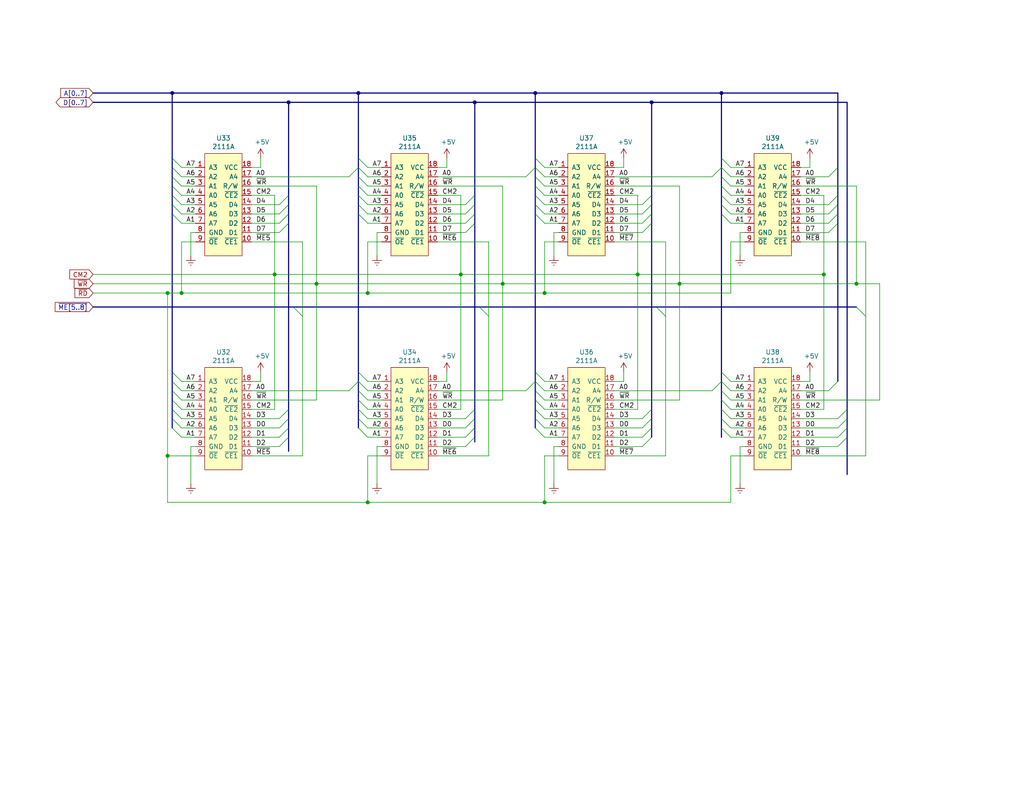
<source format=kicad_sch>
(kicad_sch (version 20230121) (generator eeschema)
  (paper "A")
  (title_block (title "Edu-80 Z80 Trainer") (date "2023-02-07") (rev "0.1") (company "Strangers"))
  (lib_symbols
    (symbol "edu-80-rescue:2111A-Edu-80_Symbol" (pin_names (offset 1.016))
      (property "Reference" "U?" (at 0 16.51 0))
      (property "Value" "Edu-80_Symbol_2111A" (at 0 -16.51 0))
      (symbol "2111A-Edu-80_Symbol_0_1"
        (rectangle (start -5.08 13.97) (end 5.08 -13.97) (fill (type background)))
      )
      (symbol "2111A-Edu-80_Symbol_1_1"
        (pin input line (at -7.62 10.16 0) (length 2.54) (name "A3") (number "1"))
        (pin input line (at 7.62 -10.16 180) (length 2.54) (name "~{CE1}") (number "10"))
        (pin tri_state line (at 7.62 -7.62 180) (length 2.54) (name "D1") (number "11"))
        (pin tri_state line (at 7.62 -5.08 180) (length 2.54) (name "D2") (number "12"))
        (pin tri_state line (at 7.62 -2.54 180) (length 2.54) (name "D3") (number "13"))
        (pin tri_state line (at 7.62 0 180) (length 2.54) (name "D4") (number "14"))
        (pin input line (at 7.62 2.54 180) (length 2.54) (name "~{CE2}") (number "15"))
        (pin input line (at 7.62 5.08 180) (length 2.54) (name "R/W") (number "16"))
        (pin input line (at 7.62 7.62 180) (length 2.54) (name "A4") (number "17"))
        (pin power_in line (at 7.62 10.16 180) (length 2.54) (name "VCC") (number "18"))
        (pin input line (at -7.62 7.62 0) (length 2.54) (name "A2") (number "2"))
        (pin input line (at -7.62 5.08 0) (length 2.54) (name "A1") (number "3"))
        (pin input line (at -7.62 2.54 0) (length 2.54) (name "A0") (number "4"))
        (pin input line (at -7.62 0 0) (length 2.54) (name "A5") (number "5"))
        (pin input line (at -7.62 -2.54 0) (length 2.54) (name "A6") (number "6"))
        (pin input line (at -7.62 -5.08 0) (length 2.54) (name "A7") (number "7"))
        (pin power_in line (at -7.62 -7.62 0) (length 2.54) (name "GND") (number "8"))
        (pin input line (at -7.62 -10.16 0) (length 2.54) (name "~{OE}") (number "9"))
      )
    )
    (symbol "power:+5V" (power) (pin_names (offset 0))
      (property "Value" "+5V" (at 0 3.556 0))
      (symbol "+5V_0_1"
        (polyline (pts (xy -0.762 1.27) (xy 0 2.54)))
        (polyline (pts (xy 0 0) (xy 0 2.54)))
        (polyline (pts (xy 0 2.54) (xy 0.762 1.27)))
      )
      (symbol "+5V_1_1"
        (pin power_in line (at 0 0 90) (length 0) hide (name "+5V") (number "1"))
      )
    )
    (symbol "power:Earth" (power) (pin_names (offset 0))
      (symbol "Earth_0_1"
        (polyline (pts (xy -0.635 -1.905) (xy 0.635 -1.905)))
        (polyline (pts (xy -0.127 -2.54) (xy 0.127 -2.54)))
        (polyline (pts (xy 0 -1.27) (xy 0 0)))
        (polyline (pts (xy 1.27 -1.27) (xy -1.27 -1.27)))
      )
      (symbol "Earth_1_1"
        (pin power_in line (at 0 0 270) (length 0) hide (name "Earth") (number "1"))
      )
    )
  )
  (junction (at 173.99 74.93))
  (junction (at 185.42 77.47))
  (junction (at 137.16 77.47))
  (junction (at 233.68 77.47))
  (junction (at 46.99 25.4))
  (junction (at 74.93 74.93))
  (junction (at 125.73 74.93))
  (junction (at 45.72 124.46))
  (junction (at 129.54 27.94))
  (junction (at 177.8 27.94))
  (junction (at 97.79 25.4))
  (junction (at 148.59 137.16))
  (junction (at 86.36 77.47))
  (junction (at 148.59 80.01))
  (junction (at 45.72 80.01))
  (junction (at 100.33 137.16))
  (junction (at 224.79 74.93))
  (junction (at 49.53 80.01))
  (junction (at 78.74 27.94))
  (junction (at 196.85 25.4))
  (junction (at 100.33 80.01))
  (junction (at 146.05 25.4))
  (bus_entry (at 97.79 48.26) (size 2.54 2.54))
  (bus_entry (at 80.01 83.82) (size 2.54 2.54))
  (bus_entry (at 196.85 50.8) (size 2.54 2.54))
  (bus_entry (at 78.74 53.34) (size -2.54 2.54))
  (bus_entry (at 196.85 109.22) (size 2.54 2.54))
  (bus_entry (at 196.85 45.72) (size 2.54 2.54))
  (bus_entry (at 97.79 109.22) (size 2.54 2.54))
  (bus_entry (at 78.74 55.88) (size -2.54 2.54))
  (bus_entry (at 231.14 119.38) (size -2.54 2.54))
  (bus_entry (at 177.8 60.96) (size -2.54 2.54))
  (bus_entry (at 231.14 111.76) (size -2.54 2.54))
  (bus_entry (at 228.6 104.14) (size -2.54 2.54))
  (bus_entry (at 129.54 55.88) (size -2.54 2.54))
  (bus_entry (at 196.85 45.72) (size -2.54 2.54))
  (bus_entry (at 129.54 119.38) (size -2.54 2.54))
  (bus_entry (at 97.79 43.18) (size 2.54 2.54))
  (bus_entry (at 46.99 106.68) (size 2.54 2.54))
  (bus_entry (at 129.54 60.96) (size -2.54 2.54))
  (bus_entry (at 196.85 106.68) (size 2.54 2.54))
  (bus_entry (at 146.05 58.42) (size 2.54 2.54))
  (bus_entry (at 46.99 48.26) (size 2.54 2.54))
  (bus_entry (at 78.74 116.84) (size -2.54 2.54))
  (bus_entry (at 129.54 116.84) (size -2.54 2.54))
  (bus_entry (at 78.74 58.42) (size -2.54 2.54))
  (bus_entry (at 46.99 43.18) (size 2.54 2.54))
  (bus_entry (at 177.8 111.76) (size -2.54 2.54))
  (bus_entry (at 97.79 50.8) (size 2.54 2.54))
  (bus_entry (at 97.79 116.84) (size 2.54 2.54))
  (bus_entry (at 46.99 50.8) (size 2.54 2.54))
  (bus_entry (at 231.14 116.84) (size -2.54 2.54))
  (bus_entry (at 129.54 53.34) (size -2.54 2.54))
  (bus_entry (at 46.99 104.14) (size 2.54 2.54))
  (bus_entry (at 196.85 101.6) (size 2.54 2.54))
  (bus_entry (at 146.05 101.6) (size 2.54 2.54))
  (bus_entry (at 46.99 114.3) (size 2.54 2.54))
  (bus_entry (at 97.79 106.68) (size 2.54 2.54))
  (bus_entry (at 196.85 104.14) (size -2.54 2.54))
  (bus_entry (at 146.05 114.3) (size 2.54 2.54))
  (bus_entry (at 146.05 55.88) (size 2.54 2.54))
  (bus_entry (at 97.79 104.14) (size 2.54 2.54))
  (bus_entry (at 233.68 83.82) (size 2.54 2.54))
  (bus_entry (at 196.85 43.18) (size 2.54 2.54))
  (bus_entry (at 97.79 114.3) (size 2.54 2.54))
  (bus_entry (at 231.14 114.3) (size -2.54 2.54))
  (bus_entry (at 146.05 111.76) (size 2.54 2.54))
  (bus_entry (at 146.05 43.18) (size 2.54 2.54))
  (bus_entry (at 97.79 45.72) (size -2.54 2.54))
  (bus_entry (at 146.05 48.26) (size 2.54 2.54))
  (bus_entry (at 228.6 60.96) (size -2.54 2.54))
  (bus_entry (at 46.99 111.76) (size 2.54 2.54))
  (bus_entry (at 196.85 48.26) (size 2.54 2.54))
  (bus_entry (at 196.85 104.14) (size 2.54 2.54))
  (bus_entry (at 78.74 119.38) (size -2.54 2.54))
  (bus_entry (at 146.05 106.68) (size 2.54 2.54))
  (bus_entry (at 196.85 114.3) (size 2.54 2.54))
  (bus_entry (at 46.99 55.88) (size 2.54 2.54))
  (bus_entry (at 78.74 60.96) (size -2.54 2.54))
  (bus_entry (at 228.6 45.72) (size -2.54 2.54))
  (bus_entry (at 196.85 111.76) (size 2.54 2.54))
  (bus_entry (at 97.79 45.72) (size 2.54 2.54))
  (bus_entry (at 146.05 45.72) (size -2.54 2.54))
  (bus_entry (at 177.8 53.34) (size -2.54 2.54))
  (bus_entry (at 46.99 101.6) (size 2.54 2.54))
  (bus_entry (at 46.99 53.34) (size 2.54 2.54))
  (bus_entry (at 179.07 83.82) (size 2.54 2.54))
  (bus_entry (at 46.99 45.72) (size 2.54 2.54))
  (bus_entry (at 46.99 58.42) (size 2.54 2.54))
  (bus_entry (at 146.05 50.8) (size 2.54 2.54))
  (bus_entry (at 129.54 111.76) (size -2.54 2.54))
  (bus_entry (at 97.79 104.14) (size -2.54 2.54))
  (bus_entry (at 196.85 58.42) (size 2.54 2.54))
  (bus_entry (at 97.79 53.34) (size 2.54 2.54))
  (bus_entry (at 97.79 55.88) (size 2.54 2.54))
  (bus_entry (at 228.6 55.88) (size -2.54 2.54))
  (bus_entry (at 196.85 55.88) (size 2.54 2.54))
  (bus_entry (at 129.54 114.3) (size -2.54 2.54))
  (bus_entry (at 196.85 53.34) (size 2.54 2.54))
  (bus_entry (at 177.8 114.3) (size -2.54 2.54))
  (bus_entry (at 146.05 104.14) (size -2.54 2.54))
  (bus_entry (at 129.54 58.42) (size -2.54 2.54))
  (bus_entry (at 97.79 58.42) (size 2.54 2.54))
  (bus_entry (at 146.05 109.22) (size 2.54 2.54))
  (bus_entry (at 196.85 116.84) (size 2.54 2.54))
  (bus_entry (at 46.99 116.84) (size 2.54 2.54))
  (bus_entry (at 177.8 55.88) (size -2.54 2.54))
  (bus_entry (at 228.6 58.42) (size -2.54 2.54))
  (bus_entry (at 146.05 104.14) (size 2.54 2.54))
  (bus_entry (at 146.05 45.72) (size 2.54 2.54))
  (bus_entry (at 146.05 116.84) (size 2.54 2.54))
  (bus_entry (at 146.05 53.34) (size 2.54 2.54))
  (bus_entry (at 78.74 114.3) (size -2.54 2.54))
  (bus_entry (at 177.8 116.84) (size -2.54 2.54))
  (bus_entry (at 130.81 83.82) (size 2.54 2.54))
  (bus_entry (at 97.79 111.76) (size 2.54 2.54))
  (bus_entry (at 46.99 109.22) (size 2.54 2.54))
  (bus_entry (at 228.6 53.34) (size -2.54 2.54))
  (bus_entry (at 97.79 101.6) (size 2.54 2.54))
  (bus_entry (at 177.8 58.42) (size -2.54 2.54))
  (bus_entry (at 78.74 111.76) (size -2.54 2.54))
  (bus_entry (at 177.8 119.38) (size -2.54 2.54))
  (wire (pts (xy 167.64 106.68) (xy 194.31 106.68)))
  (wire (pts (xy 218.44 124.46) (xy 236.22 124.46)))
  (wire (pts (xy 119.38 109.22) (xy 137.16 109.22)))
  (wire (pts (xy 68.58 109.22) (xy 86.36 109.22)))
  (bus (pts (xy 78.74 116.84) (xy 78.74 119.38)))
  (wire (pts (xy 49.53 55.88) (xy 53.34 55.88)))
  (bus (pts (xy 146.05 43.18) (xy 146.05 45.72)))
  (wire (pts (xy 167.64 114.3) (xy 175.26 114.3)))
  (wire (pts (xy 199.39 53.34) (xy 203.2 53.34)))
  (wire (pts (xy 100.33 58.42) (xy 104.14 58.42)))
  (wire (pts (xy 137.16 77.47) (xy 137.16 50.8)))
  (bus (pts (xy 46.99 104.14) (xy 46.99 106.68)))
  (wire (pts (xy 199.39 137.16) (xy 199.39 124.46)))
  (bus (pts (xy 46.99 25.4) (xy 46.99 43.18)))
  (wire (pts (xy 218.44 116.84) (xy 228.6 116.84)))
  (bus (pts (xy 46.99 106.68) (xy 46.99 109.22)))
  (wire (pts (xy 148.59 137.16) (xy 148.59 124.46)))
  (wire (pts (xy 49.53 104.14) (xy 53.34 104.14)))
  (wire (pts (xy 218.44 60.96) (xy 226.06 60.96)))
  (wire (pts (xy 173.99 111.76) (xy 173.99 74.93)))
  (wire (pts (xy 25.4 80.01) (xy 45.72 80.01)))
  (wire (pts (xy 119.38 121.92) (xy 127 121.92)))
  (wire (pts (xy 133.35 66.04) (xy 133.35 86.36)))
  (bus (pts (xy 228.6 45.72) (xy 228.6 53.34)))
  (wire (pts (xy 148.59 55.88) (xy 152.4 55.88)))
  (wire (pts (xy 199.39 104.14) (xy 203.2 104.14)))
  (bus (pts (xy 196.85 106.68) (xy 196.85 109.22)))
  (wire (pts (xy 49.53 119.38) (xy 53.34 119.38)))
  (bus (pts (xy 97.79 48.26) (xy 97.79 50.8)))
  (bus (pts (xy 196.85 114.3) (xy 196.85 116.84)))
  (bus (pts (xy 196.85 104.14) (xy 196.85 106.68)))
  (bus (pts (xy 177.8 58.42) (xy 177.8 60.96)))
  (bus (pts (xy 196.85 109.22) (xy 196.85 111.76)))
  (bus (pts (xy 78.74 27.94) (xy 78.74 53.34)))
  (bus (pts (xy 97.79 58.42) (xy 97.79 101.6)))
  (wire (pts (xy 148.59 114.3) (xy 152.4 114.3)))
  (bus (pts (xy 46.99 45.72) (xy 46.99 48.26)))
  (wire (pts (xy 185.42 77.47) (xy 185.42 50.8)))
  (wire (pts (xy 148.59 109.22) (xy 152.4 109.22)))
  (wire (pts (xy 167.64 111.76) (xy 173.99 111.76)))
  (wire (pts (xy 49.53 60.96) (xy 53.34 60.96)))
  (wire (pts (xy 100.33 60.96) (xy 104.14 60.96)))
  (bus (pts (xy 46.99 101.6) (xy 46.99 104.14)))
  (bus (pts (xy 78.74 114.3) (xy 78.74 116.84)))
  (wire (pts (xy 86.36 77.47) (xy 86.36 50.8)))
  (wire (pts (xy 86.36 77.47) (xy 137.16 77.47)))
  (bus (pts (xy 78.74 60.96) (xy 78.74 111.76)))
  (wire (pts (xy 148.59 124.46) (xy 152.4 124.46)))
  (bus (pts (xy 97.79 104.14) (xy 97.79 106.68)))
  (wire (pts (xy 125.73 74.93) (xy 173.99 74.93)))
  (wire (pts (xy 119.38 55.88) (xy 127 55.88)))
  (bus (pts (xy 25.4 25.4) (xy 46.99 25.4)))
  (bus (pts (xy 97.79 45.72) (xy 97.79 48.26)))
  (wire (pts (xy 173.99 74.93) (xy 173.99 53.34)))
  (wire (pts (xy 167.64 116.84) (xy 175.26 116.84)))
  (wire (pts (xy 133.35 86.36) (xy 133.35 124.46)))
  (wire (pts (xy 218.44 55.88) (xy 226.06 55.88)))
  (wire (pts (xy 74.93 74.93) (xy 74.93 111.76)))
  (bus (pts (xy 196.85 111.76) (xy 196.85 114.3)))
  (wire (pts (xy 68.58 66.04) (xy 82.55 66.04)))
  (wire (pts (xy 100.33 80.01) (xy 100.33 66.04)))
  (wire (pts (xy 218.44 119.38) (xy 228.6 119.38)))
  (bus (pts (xy 196.85 45.72) (xy 196.85 48.26)))
  (bus (pts (xy 196.85 116.84) (xy 196.85 119.38)))
  (wire (pts (xy 199.39 109.22) (xy 203.2 109.22)))
  (bus (pts (xy 146.05 114.3) (xy 146.05 116.84)))
  (wire (pts (xy 148.59 116.84) (xy 152.4 116.84)))
  (bus (pts (xy 177.8 55.88) (xy 177.8 58.42)))
  (wire (pts (xy 148.59 48.26) (xy 152.4 48.26)))
  (bus (pts (xy 231.14 27.94) (xy 231.14 111.76)))
  (bus (pts (xy 146.05 111.76) (xy 146.05 114.3)))
  (wire (pts (xy 68.58 121.92) (xy 76.2 121.92)))
  (bus (pts (xy 179.07 83.82) (xy 233.68 83.82)))
  (wire (pts (xy 218.44 58.42) (xy 226.06 58.42)))
  (wire (pts (xy 125.73 74.93) (xy 125.73 111.76)))
  (bus (pts (xy 228.6 53.34) (xy 228.6 55.88)))
  (wire (pts (xy 100.33 119.38) (xy 104.14 119.38)))
  (wire (pts (xy 148.59 106.68) (xy 152.4 106.68)))
  (bus (pts (xy 46.99 109.22) (xy 46.99 111.76)))
  (bus (pts (xy 177.8 114.3) (xy 177.8 116.84)))
  (wire (pts (xy 68.58 116.84) (xy 76.2 116.84)))
  (wire (pts (xy 100.33 114.3) (xy 104.14 114.3)))
  (wire (pts (xy 167.64 55.88) (xy 175.26 55.88)))
  (wire (pts (xy 201.93 69.85) (xy 201.93 63.5)))
  (bus (pts (xy 177.8 111.76) (xy 177.8 114.3)))
  (wire (pts (xy 199.39 58.42) (xy 203.2 58.42)))
  (bus (pts (xy 146.05 25.4) (xy 196.85 25.4)))
  (wire (pts (xy 240.03 109.22) (xy 240.03 77.47)))
  (wire (pts (xy 199.39 119.38) (xy 203.2 119.38)))
  (wire (pts (xy 218.44 48.26) (xy 226.06 48.26)))
  (wire (pts (xy 68.58 50.8) (xy 86.36 50.8)))
  (wire (pts (xy 119.38 106.68) (xy 143.51 106.68)))
  (wire (pts (xy 119.38 119.38) (xy 127 119.38)))
  (wire (pts (xy 102.87 121.92) (xy 104.14 121.92)))
  (wire (pts (xy 167.64 119.38) (xy 175.26 119.38)))
  (wire (pts (xy 100.33 109.22) (xy 104.14 109.22)))
  (wire (pts (xy 100.33 50.8) (xy 104.14 50.8)))
  (wire (pts (xy 102.87 69.85) (xy 102.87 63.5)))
  (wire (pts (xy 45.72 80.01) (xy 49.53 80.01)))
  (bus (pts (xy 97.79 111.76) (xy 97.79 114.3)))
  (wire (pts (xy 181.61 86.36) (xy 181.61 124.46)))
  (wire (pts (xy 148.59 80.01) (xy 199.39 80.01)))
  (bus (pts (xy 146.05 58.42) (xy 146.05 101.6)))
  (wire (pts (xy 100.33 106.68) (xy 104.14 106.68)))
  (bus (pts (xy 80.01 83.82) (xy 130.81 83.82)))
  (bus (pts (xy 177.8 116.84) (xy 177.8 119.38)))
  (wire (pts (xy 119.38 50.8) (xy 137.16 50.8)))
  (bus (pts (xy 228.6 55.88) (xy 228.6 58.42)))
  (wire (pts (xy 167.64 45.72) (xy 170.18 45.72)))
  (bus (pts (xy 129.54 58.42) (xy 129.54 60.96)))
  (wire (pts (xy 236.22 86.36) (xy 236.22 124.46)))
  (wire (pts (xy 125.73 74.93) (xy 125.73 53.34)))
  (bus (pts (xy 177.8 53.34) (xy 177.8 55.88)))
  (wire (pts (xy 49.53 50.8) (xy 53.34 50.8)))
  (bus (pts (xy 129.54 60.96) (xy 129.54 111.76)))
  (wire (pts (xy 199.39 106.68) (xy 203.2 106.68)))
  (wire (pts (xy 167.64 50.8) (xy 185.42 50.8)))
  (wire (pts (xy 45.72 124.46) (xy 53.34 124.46)))
  (bus (pts (xy 97.79 25.4) (xy 146.05 25.4)))
  (wire (pts (xy 68.58 45.72) (xy 71.12 45.72)))
  (wire (pts (xy 119.38 58.42) (xy 127 58.42)))
  (wire (pts (xy 218.44 53.34) (xy 224.79 53.34)))
  (wire (pts (xy 68.58 119.38) (xy 76.2 119.38)))
  (bus (pts (xy 196.85 58.42) (xy 196.85 101.6)))
  (bus (pts (xy 146.05 106.68) (xy 146.05 109.22)))
  (bus (pts (xy 46.99 114.3) (xy 46.99 116.84)))
  (wire (pts (xy 100.33 45.72) (xy 104.14 45.72)))
  (wire (pts (xy 49.53 106.68) (xy 53.34 106.68)))
  (wire (pts (xy 148.59 119.38) (xy 152.4 119.38)))
  (wire (pts (xy 167.64 124.46) (xy 181.61 124.46)))
  (bus (pts (xy 97.79 25.4) (xy 97.79 43.18)))
  (wire (pts (xy 167.64 66.04) (xy 181.61 66.04)))
  (bus (pts (xy 196.85 43.18) (xy 196.85 45.72)))
  (wire (pts (xy 49.53 116.84) (xy 53.34 116.84)))
  (bus (pts (xy 196.85 53.34) (xy 196.85 55.88)))
  (wire (pts (xy 224.79 74.93) (xy 224.79 111.76)))
  (wire (pts (xy 52.07 63.5) (xy 53.34 63.5)))
  (wire (pts (xy 52.07 69.85) (xy 52.07 63.5)))
  (bus (pts (xy 46.99 48.26) (xy 46.99 50.8)))
  (wire (pts (xy 137.16 77.47) (xy 185.42 77.47)))
  (wire (pts (xy 148.59 60.96) (xy 152.4 60.96)))
  (bus (pts (xy 146.05 109.22) (xy 146.05 111.76)))
  (wire (pts (xy 25.4 74.93) (xy 74.93 74.93)))
  (wire (pts (xy 151.13 63.5) (xy 152.4 63.5)))
  (wire (pts (xy 151.13 69.85) (xy 151.13 63.5)))
  (bus (pts (xy 146.05 53.34) (xy 146.05 55.88)))
  (wire (pts (xy 167.64 58.42) (xy 175.26 58.42)))
  (wire (pts (xy 185.42 77.47) (xy 233.68 77.47)))
  (wire (pts (xy 119.38 60.96) (xy 127 60.96)))
  (wire (pts (xy 68.58 48.26) (xy 95.25 48.26)))
  (bus (pts (xy 97.79 106.68) (xy 97.79 109.22)))
  (wire (pts (xy 218.44 104.14) (xy 220.98 104.14)))
  (wire (pts (xy 100.33 48.26) (xy 104.14 48.26)))
  (bus (pts (xy 78.74 27.94) (xy 129.54 27.94)))
  (wire (pts (xy 233.68 77.47) (xy 233.68 50.8)))
  (wire (pts (xy 148.59 104.14) (xy 152.4 104.14)))
  (wire (pts (xy 100.33 80.01) (xy 148.59 80.01)))
  (wire (pts (xy 121.92 45.72) (xy 121.92 43.18)))
  (bus (pts (xy 78.74 119.38) (xy 78.74 123.19)))
  (bus (pts (xy 196.85 50.8) (xy 196.85 53.34)))
  (wire (pts (xy 218.44 111.76) (xy 224.79 111.76)))
  (wire (pts (xy 49.53 53.34) (xy 53.34 53.34)))
  (bus (pts (xy 228.6 25.4) (xy 228.6 45.72)))
  (wire (pts (xy 74.93 74.93) (xy 74.93 53.34)))
  (wire (pts (xy 119.38 53.34) (xy 125.73 53.34)))
  (bus (pts (xy 97.79 50.8) (xy 97.79 53.34)))
  (wire (pts (xy 199.39 116.84) (xy 203.2 116.84)))
  (bus (pts (xy 129.54 27.94) (xy 129.54 53.34)))
  (wire (pts (xy 49.53 111.76) (xy 53.34 111.76)))
  (wire (pts (xy 71.12 45.72) (xy 71.12 43.18)))
  (bus (pts (xy 228.6 58.42) (xy 228.6 60.96)))
  (wire (pts (xy 86.36 77.47) (xy 86.36 109.22)))
  (wire (pts (xy 218.44 121.92) (xy 228.6 121.92)))
  (wire (pts (xy 68.58 114.3) (xy 76.2 114.3)))
  (bus (pts (xy 130.81 83.82) (xy 179.07 83.82)))
  (wire (pts (xy 100.33 53.34) (xy 104.14 53.34)))
  (wire (pts (xy 236.22 66.04) (xy 236.22 86.36)))
  (wire (pts (xy 119.38 104.14) (xy 121.92 104.14)))
  (wire (pts (xy 201.93 121.92) (xy 203.2 121.92)))
  (wire (pts (xy 167.64 104.14) (xy 170.18 104.14)))
  (wire (pts (xy 49.53 66.04) (xy 53.34 66.04)))
  (wire (pts (xy 100.33 55.88) (xy 104.14 55.88)))
  (bus (pts (xy 46.99 53.34) (xy 46.99 55.88)))
  (bus (pts (xy 146.05 104.14) (xy 146.05 106.68)))
  (wire (pts (xy 173.99 74.93) (xy 224.79 74.93)))
  (wire (pts (xy 68.58 104.14) (xy 71.12 104.14)))
  (wire (pts (xy 49.53 48.26) (xy 53.34 48.26)))
  (wire (pts (xy 119.38 48.26) (xy 143.51 48.26)))
  (wire (pts (xy 218.44 50.8) (xy 233.68 50.8)))
  (wire (pts (xy 220.98 45.72) (xy 220.98 43.18)))
  (wire (pts (xy 68.58 60.96) (xy 76.2 60.96)))
  (wire (pts (xy 49.53 45.72) (xy 53.34 45.72)))
  (bus (pts (xy 78.74 111.76) (xy 78.74 114.3)))
  (wire (pts (xy 167.64 60.96) (xy 175.26 60.96)))
  (wire (pts (xy 121.92 104.14) (xy 121.92 101.6)))
  (bus (pts (xy 129.54 53.34) (xy 129.54 55.88)))
  (wire (pts (xy 218.44 63.5) (xy 226.06 63.5)))
  (bus (pts (xy 25.4 27.94) (xy 78.74 27.94)))
  (bus (pts (xy 231.14 116.84) (xy 231.14 119.38)))
  (bus (pts (xy 46.99 58.42) (xy 46.99 101.6)))
  (wire (pts (xy 167.64 63.5) (xy 175.26 63.5)))
  (bus (pts (xy 97.79 43.18) (xy 97.79 45.72)))
  (wire (pts (xy 68.58 58.42) (xy 76.2 58.42)))
  (wire (pts (xy 148.59 58.42) (xy 152.4 58.42)))
  (bus (pts (xy 146.05 55.88) (xy 146.05 58.42)))
  (wire (pts (xy 82.55 86.36) (xy 82.55 124.46)))
  (wire (pts (xy 199.39 66.04) (xy 203.2 66.04)))
  (wire (pts (xy 52.07 132.08) (xy 52.07 121.92)))
  (wire (pts (xy 148.59 50.8) (xy 152.4 50.8)))
  (wire (pts (xy 167.64 53.34) (xy 173.99 53.34)))
  (bus (pts (xy 46.99 43.18) (xy 46.99 45.72)))
  (wire (pts (xy 233.68 77.47) (xy 240.03 77.47)))
  (wire (pts (xy 102.87 63.5) (xy 104.14 63.5)))
  (wire (pts (xy 148.59 45.72) (xy 152.4 45.72)))
  (wire (pts (xy 119.38 114.3) (xy 127 114.3)))
  (bus (pts (xy 97.79 55.88) (xy 97.79 58.42)))
  (wire (pts (xy 49.53 66.04) (xy 49.53 80.01)))
  (wire (pts (xy 119.38 63.5) (xy 127 63.5)))
  (wire (pts (xy 100.33 104.14) (xy 104.14 104.14)))
  (wire (pts (xy 119.38 66.04) (xy 133.35 66.04)))
  (wire (pts (xy 119.38 111.76) (xy 125.73 111.76)))
  (wire (pts (xy 167.64 121.92) (xy 175.26 121.92)))
  (wire (pts (xy 68.58 124.46) (xy 82.55 124.46)))
  (wire (pts (xy 100.33 66.04) (xy 104.14 66.04)))
  (bus (pts (xy 177.8 60.96) (xy 177.8 111.76)))
  (wire (pts (xy 199.39 60.96) (xy 203.2 60.96)))
  (wire (pts (xy 74.93 74.93) (xy 125.73 74.93)))
  (bus (pts (xy 228.6 60.96) (xy 228.6 104.14)))
  (bus (pts (xy 146.05 45.72) (xy 146.05 48.26)))
  (bus (pts (xy 129.54 111.76) (xy 129.54 114.3)))
  (wire (pts (xy 68.58 53.34) (xy 74.93 53.34)))
  (wire (pts (xy 218.44 114.3) (xy 228.6 114.3)))
  (wire (pts (xy 68.58 55.88) (xy 76.2 55.88)))
  (wire (pts (xy 218.44 66.04) (xy 236.22 66.04)))
  (wire (pts (xy 220.98 104.14) (xy 220.98 101.6)))
  (bus (pts (xy 97.79 114.3) (xy 97.79 116.84)))
  (wire (pts (xy 102.87 132.08) (xy 102.87 121.92)))
  (wire (pts (xy 199.39 114.3) (xy 203.2 114.3)))
  (wire (pts (xy 68.58 106.68) (xy 95.25 106.68)))
  (bus (pts (xy 46.99 111.76) (xy 46.99 114.3)))
  (wire (pts (xy 167.64 109.22) (xy 185.42 109.22)))
  (bus (pts (xy 231.14 119.38) (xy 231.14 129.54)))
  (wire (pts (xy 148.59 137.16) (xy 199.39 137.16)))
  (wire (pts (xy 100.33 124.46) (xy 104.14 124.46)))
  (wire (pts (xy 170.18 45.72) (xy 170.18 43.18)))
  (bus (pts (xy 146.05 25.4) (xy 146.05 43.18)))
  (bus (pts (xy 129.54 114.3) (xy 129.54 116.84)))
  (wire (pts (xy 148.59 66.04) (xy 152.4 66.04)))
  (bus (pts (xy 177.8 27.94) (xy 231.14 27.94)))
  (wire (pts (xy 100.33 137.16) (xy 100.33 124.46)))
  (bus (pts (xy 196.85 48.26) (xy 196.85 50.8)))
  (wire (pts (xy 137.16 77.47) (xy 137.16 109.22)))
  (bus (pts (xy 129.54 55.88) (xy 129.54 58.42)))
  (bus (pts (xy 231.14 114.3) (xy 231.14 116.84)))
  (wire (pts (xy 199.39 45.72) (xy 203.2 45.72)))
  (wire (pts (xy 49.53 109.22) (xy 53.34 109.22)))
  (bus (pts (xy 146.05 48.26) (xy 146.05 50.8)))
  (wire (pts (xy 201.93 132.08) (xy 201.93 121.92)))
  (wire (pts (xy 82.55 66.04) (xy 82.55 86.36)))
  (wire (pts (xy 201.93 63.5) (xy 203.2 63.5)))
  (wire (pts (xy 199.39 80.01) (xy 199.39 66.04)))
  (wire (pts (xy 170.18 104.14) (xy 170.18 101.6)))
  (wire (pts (xy 52.07 121.92) (xy 53.34 121.92)))
  (bus (pts (xy 146.05 101.6) (xy 146.05 104.14)))
  (bus (pts (xy 129.54 119.38) (xy 129.54 120.65)))
  (bus (pts (xy 97.79 53.34) (xy 97.79 55.88)))
  (bus (pts (xy 231.14 111.76) (xy 231.14 114.3)))
  (wire (pts (xy 45.72 124.46) (xy 45.72 80.01)))
  (bus (pts (xy 46.99 50.8) (xy 46.99 53.34)))
  (wire (pts (xy 68.58 63.5) (xy 76.2 63.5)))
  (wire (pts (xy 199.39 111.76) (xy 203.2 111.76)))
  (wire (pts (xy 199.39 55.88) (xy 203.2 55.88)))
  (bus (pts (xy 196.85 101.6) (xy 196.85 104.14)))
  (wire (pts (xy 119.38 45.72) (xy 121.92 45.72)))
  (wire (pts (xy 224.79 74.93) (xy 224.79 53.34)))
  (bus (pts (xy 78.74 58.42) (xy 78.74 60.96)))
  (wire (pts (xy 148.59 80.01) (xy 148.59 66.04)))
  (wire (pts (xy 218.44 109.22) (xy 240.03 109.22)))
  (wire (pts (xy 133.35 124.46) (xy 119.38 124.46)))
  (wire (pts (xy 151.13 121.92) (xy 152.4 121.92)))
  (wire (pts (xy 148.59 111.76) (xy 152.4 111.76)))
  (wire (pts (xy 49.53 114.3) (xy 53.34 114.3)))
  (wire (pts (xy 199.39 124.46) (xy 203.2 124.46)))
  (bus (pts (xy 129.54 116.84) (xy 129.54 119.38)))
  (bus (pts (xy 46.99 55.88) (xy 46.99 58.42)))
  (wire (pts (xy 199.39 48.26) (xy 203.2 48.26)))
  (bus (pts (xy 196.85 25.4) (xy 196.85 43.18)))
  (bus (pts (xy 97.79 101.6) (xy 97.79 104.14)))
  (bus (pts (xy 129.54 27.94) (xy 177.8 27.94)))
  (wire (pts (xy 218.44 106.68) (xy 226.06 106.68)))
  (wire (pts (xy 45.72 124.46) (xy 45.72 137.16)))
  (bus (pts (xy 25.4 83.82) (xy 80.01 83.82)))
  (bus (pts (xy 78.74 55.88) (xy 78.74 58.42)))
  (wire (pts (xy 49.53 80.01) (xy 100.33 80.01)))
  (wire (pts (xy 71.12 104.14) (xy 71.12 101.6)))
  (wire (pts (xy 199.39 50.8) (xy 203.2 50.8)))
  (wire (pts (xy 100.33 137.16) (xy 148.59 137.16)))
  (wire (pts (xy 49.53 58.42) (xy 53.34 58.42)))
  (bus (pts (xy 196.85 55.88) (xy 196.85 58.42)))
  (wire (pts (xy 25.4 77.47) (xy 86.36 77.47)))
  (wire (pts (xy 100.33 116.84) (xy 104.14 116.84)))
  (wire (pts (xy 68.58 111.76) (xy 74.93 111.76)))
  (wire (pts (xy 151.13 132.08) (xy 151.13 121.92)))
  (wire (pts (xy 45.72 137.16) (xy 100.33 137.16)))
  (bus (pts (xy 78.74 53.34) (xy 78.74 55.88)))
  (wire (pts (xy 100.33 111.76) (xy 104.14 111.76)))
  (wire (pts (xy 218.44 45.72) (xy 220.98 45.72)))
  (wire (pts (xy 148.59 53.34) (xy 152.4 53.34)))
  (wire (pts (xy 185.42 77.47) (xy 185.42 109.22)))
  (wire (pts (xy 181.61 66.04) (xy 181.61 86.36)))
  (wire (pts (xy 167.64 48.26) (xy 194.31 48.26)))
  (bus (pts (xy 97.79 109.22) (xy 97.79 111.76)))
  (bus (pts (xy 46.99 25.4) (xy 97.79 25.4)))
  (bus (pts (xy 146.05 50.8) (xy 146.05 53.34)))
  (bus (pts (xy 177.8 27.94) (xy 177.8 53.34)))
  (bus (pts (xy 196.85 25.4) (xy 228.6 25.4)))
  (wire (pts (xy 119.38 116.84) (xy 127 116.84)))
  (label "D2" (at 219.71 121.92 0))
  (label "A4" (at 101.6 111.76 0))
  (label "D1" (at 120.65 119.38 0))
  (label "A1" (at 50.8 119.38 0))
  (label "CM2" (at 168.91 53.34 0))
  (label "A6" (at 50.8 106.68 0))
  (label "A6" (at 101.6 48.26 0))
  (label "A4" (at 50.8 53.34 0))
  (label "A7" (at 50.8 104.14 0))
  (label "D4" (at 219.71 55.88 0))
  (label "A1" (at 149.86 119.38 0))
  (label "A5" (at 101.6 50.8 0))
  (label "A6" (at 200.66 48.26 0))
  (label "D5" (at 168.91 58.42 0))
  (label "A2" (at 101.6 116.84 0))
  (label "D2" (at 168.91 121.92 0))
  (label "A3" (at 101.6 55.88 0))
  (label "~{WR}" (at 168.91 109.22 0))
  (label "D6" (at 120.65 60.96 0))
  (label "A3" (at 200.66 55.88 0))
  (label "D0" (at 69.85 116.84 0))
  (label "A1" (at 149.86 60.96 0))
  (label "D5" (at 69.85 58.42 0))
  (label "D0" (at 120.65 116.84 0))
  (label "A5" (at 200.66 109.22 0))
  (label "~{ME5}" (at 69.85 124.46 0))
  (label "A2" (at 50.8 58.42 0))
  (label "D6" (at 69.85 60.96 0))
  (label "CM2" (at 69.85 53.34 0))
  (label "A3" (at 101.6 114.3 0))
  (label "D1" (at 168.91 119.38 0))
  (label "D2" (at 69.85 121.92 0))
  (label "D3" (at 120.65 114.3 0))
  (label "A6" (at 101.6 106.68 0))
  (label "D3" (at 168.91 114.3 0))
  (label "A6" (at 149.86 48.26 0))
  (label "D7" (at 219.71 63.5 0))
  (label "A5" (at 149.86 109.22 0))
  (label "A2" (at 200.66 116.84 0))
  (label "A2" (at 101.6 58.42 0))
  (label "A1" (at 101.6 60.96 0))
  (label "D5" (at 219.71 58.42 0))
  (label "A4" (at 50.8 111.76 0))
  (label "CM2" (at 120.65 111.76 0))
  (label "~{ME8}" (at 219.71 66.04 0))
  (label "D1" (at 69.85 119.38 0))
  (label "A6" (at 50.8 48.26 0))
  (label "CM2" (at 168.91 111.76 0))
  (label "A3" (at 200.66 114.3 0))
  (label "D7" (at 69.85 63.5 0))
  (label "A3" (at 149.86 55.88 0))
  (label "A1" (at 200.66 119.38 0))
  (label "CM2" (at 219.71 53.34 0))
  (label "A7" (at 101.6 104.14 0))
  (label "D0" (at 219.71 116.84 0))
  (label "A0" (at 168.91 48.26 0))
  (label "D7" (at 168.91 63.5 0))
  (label "A2" (at 149.86 116.84 0))
  (label "A3" (at 50.8 114.3 0))
  (label "D4" (at 69.85 55.88 0))
  (label "A5" (at 50.8 109.22 0))
  (label "CM2" (at 120.65 53.34 0))
  (label "A4" (at 149.86 53.34 0))
  (label "A0" (at 69.85 48.26 0))
  (label "A2" (at 200.66 58.42 0))
  (label "A7" (at 149.86 104.14 0))
  (label "D5" (at 120.65 58.42 0))
  (label "A7" (at 50.8 45.72 0))
  (label "A7" (at 200.66 104.14 0))
  (label "~{WR}" (at 120.65 109.22 0))
  (label "A7" (at 149.86 45.72 0))
  (label "~{WR}" (at 120.65 50.8 0))
  (label "A0" (at 69.85 106.68 0))
  (label "A2" (at 50.8 116.84 0))
  (label "A0" (at 168.91 106.68 0))
  (label "~{WR}" (at 219.71 50.8 0))
  (label "~{WR}" (at 219.71 109.22 0))
  (label "A3" (at 149.86 114.3 0))
  (label "D6" (at 219.71 60.96 0))
  (label "~{ME6}" (at 120.65 66.04 0))
  (label "D4" (at 168.91 55.88 0))
  (label "A7" (at 101.6 45.72 0))
  (label "A7" (at 200.66 45.72 0))
  (label "A1" (at 50.8 60.96 0))
  (label "A1" (at 200.66 60.96 0))
  (label "D3" (at 69.85 114.3 0))
  (label "~{WR}" (at 168.91 50.8 0))
  (label "A0" (at 219.71 48.26 0))
  (label "A4" (at 149.86 111.76 0))
  (label "~{ME6}" (at 120.65 124.46 0))
  (label "D3" (at 219.71 114.3 0))
  (label "~{ME7}" (at 168.91 66.04 0))
  (label "~{ME8}" (at 219.71 124.46 0))
  (label "D0" (at 168.91 116.84 0))
  (label "A6" (at 149.86 106.68 0))
  (label "D1" (at 219.71 119.38 0))
  (label "~{ME5}" (at 69.85 66.04 0))
  (label "A4" (at 200.66 53.34 0))
  (label "D7" (at 120.65 63.5 0))
  (label "~{WR}" (at 69.85 109.22 0))
  (label "A6" (at 200.66 106.68 0))
  (label "A0" (at 219.71 106.68 0))
  (label "A0" (at 120.65 48.26 0))
  (label "A5" (at 200.66 50.8 0))
  (label "A4" (at 200.66 111.76 0))
  (label "CM2" (at 69.85 111.76 0))
  (label "CM2" (at 219.71 111.76 0))
  (label "~{ME7}" (at 168.91 124.46 0))
  (label "D4" (at 120.65 55.88 0))
  (label "D2" (at 120.65 121.92 0))
  (label "D6" (at 168.91 60.96 0))
  (label "A2" (at 149.86 58.42 0))
  (label "~{WR}" (at 69.85 50.8 0))
  (label "A5" (at 101.6 109.22 0))
  (label "A3" (at 50.8 55.88 0))
  (label "A1" (at 101.6 119.38 0))
  (label "A5" (at 50.8 50.8 0))
  (label "A0" (at 120.65 106.68 0))
  (label "A4" (at 101.6 53.34 0))
  (label "A5" (at 149.86 50.8 0))
  (global_label "~{ME[5..8]}" (shape input) (at 25.4 83.82 180) (property "Intersheetrefs" "${INTERSHEET_REFS}" (effects hide)))
  (global_label "D[0..7]" (shape tri_state) (at 25.4 27.94 180) (property "Intersheetrefs" "${INTERSHEET_REFS}" (effects hide)))
  (global_label "A[0..7]" (shape input) (at 25.4 25.4 180) (property "Intersheetrefs" "${INTERSHEET_REFS}" (effects hide)))
  (global_label "CM2" (shape input) (at 25.4 74.93 180) (property "Intersheetrefs" "${INTERSHEET_REFS}" (effects hide)))
  (global_label "~{RD}" (shape input) (at 25.4 80.01 180) (property "Intersheetrefs" "${INTERSHEET_REFS}" (effects hide)))
  (global_label "~{WR}" (shape input) (at 25.4 77.47 180) (property "Intersheetrefs" "${INTERSHEET_REFS}" (effects hide)))
  (symbol (lib_id "edu-80-rescue:2111A-Edu-80_Symbol") (at 60.96 55.88 0) (unit 1)
    (property "Reference" "U33" (at 60.96 37.719 0))
    (property "Value" "2111A" (at 60.96 40.0304 0))
    (property "Footprint" "Package_DIP:DIP-20_W7.62mm" (effects hide))
    (instances (project "edu-80" (path "" (reference "U33") (unit 1)) (path "" (reference "U25") (unit 1)) (path "" (reference "U33") (unit 1))))
  )
  (symbol (lib_id "edu-80-rescue:2111A-Edu-80_Symbol") (at 111.76 55.88 0) (unit 1)
    (property "Reference" "U35" (at 111.76 37.719 0))
    (property "Value" "2111A" (at 111.76 40.0304 0))
    (property "Footprint" "Package_DIP:DIP-20_W7.62mm" (effects hide))
    (instances (project "edu-80" (path "" (reference "U35") (unit 1)) (path "" (reference "U27") (unit 1)) (path "" (reference "U35") (unit 1))))
  )
  (symbol (lib_id "edu-80-rescue:2111A-Edu-80_Symbol") (at 160.02 55.88 0) (unit 1)
    (property "Reference" "U37" (at 160.02 37.719 0))
    (property "Value" "2111A" (at 160.02 40.0304 0))
    (property "Footprint" "Package_DIP:DIP-20_W7.62mm" (effects hide))
    (instances (project "edu-80" (path "" (reference "U37") (unit 1)) (path "" (reference "U29") (unit 1)) (path "" (reference "U37") (unit 1))))
  )
  (symbol (lib_id "edu-80-rescue:2111A-Edu-80_Symbol") (at 210.82 55.88 0) (unit 1)
    (property "Reference" "U39" (at 210.82 37.719 0))
    (property "Value" "2111A" (at 210.82 40.0304 0))
    (property "Footprint" "Package_DIP:DIP-20_W7.62mm" (effects hide))
    (instances (project "edu-80" (path "" (reference "U39") (unit 1)) (path "" (reference "U31") (unit 1)) (path "" (reference "U39") (unit 1))))
  )
  (symbol (lib_id "edu-80-rescue:2111A-Edu-80_Symbol") (at 60.96 114.3 0) (unit 1)
    (property "Reference" "U32" (at 60.96 96.139 0))
    (property "Value" "2111A" (at 60.96 98.4504 0))
    (property "Footprint" "Package_DIP:DIP-20_W7.62mm" (effects hide))
    (instances (project "edu-80" (path "" (reference "U32") (unit 1)) (path "" (reference "U24") (unit 1)) (path "" (reference "U32") (unit 1))))
  )
  (symbol (lib_id "edu-80-rescue:2111A-Edu-80_Symbol") (at 111.76 114.3 0) (unit 1)
    (property "Reference" "U34" (at 111.76 96.139 0))
    (property "Value" "2111A" (at 111.76 98.4504 0))
    (property "Footprint" "Package_DIP:DIP-20_W7.62mm" (effects hide))
    (instances (project "edu-80" (path "" (reference "U34") (unit 1)) (path "" (reference "U26") (unit 1)) (path "" (reference "U34") (unit 1))))
  )
  (symbol (lib_id "edu-80-rescue:2111A-Edu-80_Symbol") (at 160.02 114.3 0) (unit 1)
    (property "Reference" "U36" (at 160.02 96.139 0))
    (property "Value" "2111A" (at 160.02 98.4504 0))
    (property "Footprint" "Package_DIP:DIP-20_W7.62mm" (effects hide))
    (instances (project "edu-80" (path "" (reference "U36") (unit 1)) (path "" (reference "U28") (unit 1)) (path "" (reference "U36") (unit 1))))
  )
  (symbol (lib_id "edu-80-rescue:2111A-Edu-80_Symbol") (at 210.82 114.3 0) (unit 1)
    (property "Reference" "U38" (at 210.82 96.139 0))
    (property "Value" "2111A" (at 210.82 98.4504 0))
    (property "Footprint" "Package_DIP:DIP-20_W7.62mm" (effects hide))
    (instances (project "edu-80" (path "" (reference "U38") (unit 1)) (path "" (reference "U30") (unit 1)) (path "" (reference "U38") (unit 1))))
  )
  (symbol (lib_id "power:+5V") (at 71.12 43.18 0) (unit 1)
    (property "Reference" "#PWR0113" (effects hide))
    (property "Value" "+5V" (at 71.501 38.7858 0))
    (instances (project "edu-80" (path "" (reference "#PWR0113") (unit 1)) (path "" (reference "#PWR0175") (unit 1))))
  )
  (symbol (lib_id "power:Earth") (at 52.07 69.85 0) (unit 1)
    (property "Reference" "#PWR0114" (effects hide))
    (property "Value" "Earth" (effects hide))
    (instances (project "edu-80" (path "" (reference "#PWR0114") (unit 1)) (path "" (reference "#PWR0176") (unit 1))))
  )
  (symbol (lib_id "power:+5V") (at 121.92 43.18 0) (unit 1)
    (property "Reference" "#PWR0115" (effects hide))
    (property "Value" "+5V" (at 122.301 38.7858 0))
    (instances (project "edu-80" (path "" (reference "#PWR0115") (unit 1)) (path "" (reference "#PWR0177") (unit 1))))
  )
  (symbol (lib_id "power:Earth") (at 102.87 69.85 0) (unit 1)
    (property "Reference" "#PWR0116" (effects hide))
    (property "Value" "Earth" (effects hide))
    (instances (project "edu-80" (path "" (reference "#PWR0116") (unit 1)) (path "" (reference "#PWR0178") (unit 1))))
  )
  (symbol (lib_id "power:+5V") (at 170.18 43.18 0) (unit 1)
    (property "Reference" "#PWR0120" (effects hide))
    (property "Value" "+5V" (at 170.561 38.7858 0))
    (instances (project "edu-80" (path "" (reference "#PWR0120") (unit 1)) (path "" (reference "#PWR0182") (unit 1))))
  )
  (symbol (lib_id "power:Earth") (at 151.13 69.85 0) (unit 1)
    (property "Reference" "#PWR0117" (effects hide))
    (property "Value" "Earth" (effects hide))
    (instances (project "edu-80" (path "" (reference "#PWR0117") (unit 1)) (path "" (reference "#PWR0179") (unit 1))))
  )
  (symbol (lib_id "power:+5V") (at 220.98 43.18 0) (unit 1)
    (property "Reference" "#PWR0119" (effects hide))
    (property "Value" "+5V" (at 221.361 38.7858 0))
    (instances (project "edu-80" (path "" (reference "#PWR0119") (unit 1)) (path "" (reference "#PWR0181") (unit 1))))
  )
  (symbol (lib_id "power:Earth") (at 201.93 69.85 0) (unit 1)
    (property "Reference" "#PWR0118" (effects hide))
    (property "Value" "Earth" (effects hide))
    (instances (project "edu-80" (path "" (reference "#PWR0118") (unit 1)) (path "" (reference "#PWR0180") (unit 1))))
  )
  (symbol (lib_id "power:+5V") (at 71.12 101.6 0) (unit 1)
    (property "Reference" "#PWR0124" (effects hide))
    (property "Value" "+5V" (at 71.501 97.2058 0))
    (instances (project "edu-80" (path "" (reference "#PWR0124") (unit 1)) (path "" (reference "#PWR0186") (unit 1))))
  )
  (symbol (lib_id "power:Earth") (at 52.07 132.08 0) (unit 1)
    (property "Reference" "#PWR0123" (effects hide))
    (property "Value" "Earth" (effects hide))
    (instances (project "edu-80" (path "" (reference "#PWR0123") (unit 1)) (path "" (reference "#PWR0185") (unit 1))))
  )
  (symbol (lib_id "power:+5V") (at 121.92 101.6 0) (unit 1)
    (property "Reference" "#PWR0122" (effects hide))
    (property "Value" "+5V" (at 122.301 97.2058 0))
    (instances (project "edu-80" (path "" (reference "#PWR0122") (unit 1)) (path "" (reference "#PWR0184") (unit 1))))
  )
  (symbol (lib_id "power:Earth") (at 102.87 132.08 0) (unit 1)
    (property "Reference" "#PWR0121" (effects hide))
    (property "Value" "Earth" (effects hide))
    (instances (project "edu-80" (path "" (reference "#PWR0121") (unit 1)) (path "" (reference "#PWR0183") (unit 1))))
  )
  (symbol (lib_id "power:+5V") (at 170.18 101.6 0) (unit 1)
    (property "Reference" "#PWR0126" (effects hide))
    (property "Value" "+5V" (at 170.561 97.2058 0))
    (instances (project "edu-80" (path "" (reference "#PWR0126") (unit 1)) (path "" (reference "#PWR0188") (unit 1))))
  )
  (symbol (lib_id "power:Earth") (at 151.13 132.08 0) (unit 1)
    (property "Reference" "#PWR0125" (effects hide))
    (property "Value" "Earth" (effects hide))
    (instances (project "edu-80" (path "" (reference "#PWR0125") (unit 1)) (path "" (reference "#PWR0187") (unit 1))))
  )
  (symbol (lib_id "power:+5V") (at 220.98 101.6 0) (unit 1)
    (property "Reference" "#PWR0127" (effects hide))
    (property "Value" "+5V" (at 221.361 97.2058 0))
    (instances (project "edu-80" (path "" (reference "#PWR0127") (unit 1)) (path "" (reference "#PWR0189") (unit 1))))
  )
  (symbol (lib_id "power:Earth") (at 201.93 132.08 0) (unit 1)
    (property "Reference" "#PWR0128" (effects hide))
    (property "Value" "Earth" (effects hide))
    (instances (project "edu-80" (path "" (reference "#PWR0128") (unit 1)) (path "" (reference "#PWR0190") (unit 1))))
  )
)
</source>
